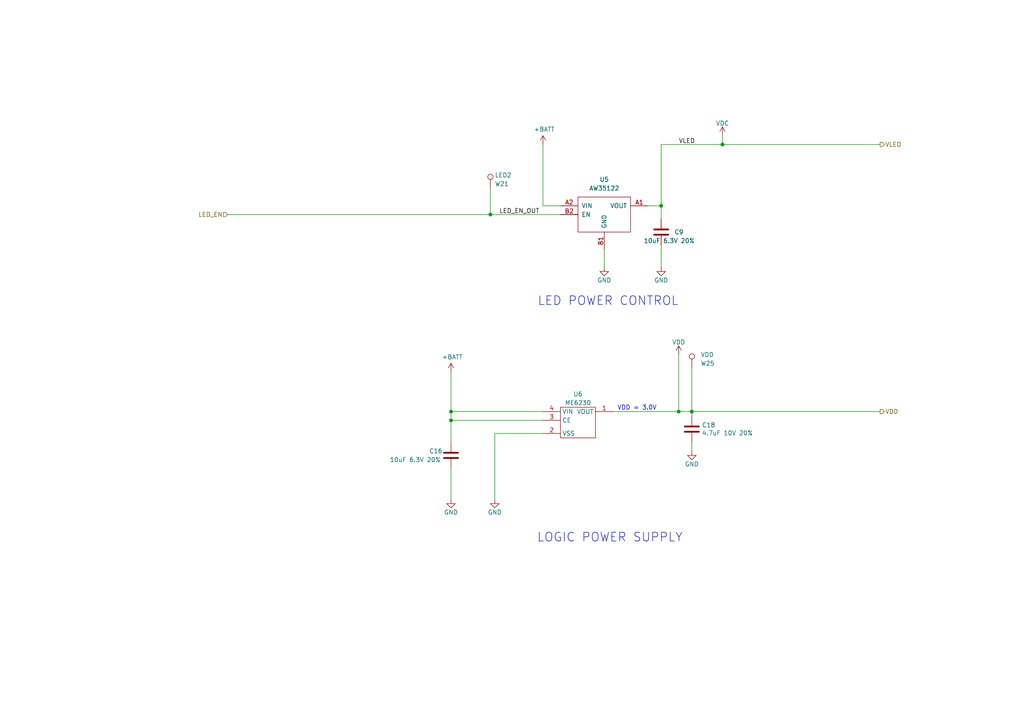
<source format=kicad_sch>
(kicad_sch (version 20250114) (generator "eeschema") (generator_version "9.0")
  (paper "A4")
  (title_block (title "Pixels D20 Schematic, Main") (date "2022-08-26") (rev "13") (company "Systemic Games, LLC") (comment 1 "Power Regulation"))
  (lib_symbols
    (symbol "Device:C" (pin_numbers (hide yes)) (pin_names (offset 0.254))
      (property "Reference" "C" (at 0.635 2.54 0))
      (property "Value" "C" (at 0.635 -2.54 0))
      (symbol "C_0_1"
        (polyline (pts (xy -2.032 0.762) (xy 2.032 0.762)) (stroke (width 0.508)))
        (polyline (pts (xy -2.032 -0.762) (xy 2.032 -0.762)) (stroke (width 0.508)))
      )
      (symbol "C_1_1"
        (pin passive line (at 0 3.81 270) (length 2.794) (name "~") (number "1"))
        (pin passive line (at 0 -3.81 90) (length 2.794) (name "~") (number "2"))
      )
    )
    (symbol "Pixels-dice:AW35122" (pin_names (offset 1.016))
      (property "Reference" "U" (at 6.35 -6.35 0))
      (property "Value" "AW35122" (at 0 6.35 0))
      (symbol "AW35122_0_1"
        (rectangle (start -7.62 5.08) (end 7.62 -5.08))
      )
      (symbol "AW35122_1_1"
        (pin power_in line (at -12.7 2.54 0) (length 5.08) (name "VIN") (number "A2"))
        (pin input line (at -12.7 0 0) (length 5.08) (name "EN") (number "B2"))
        (pin power_in line (at 0 -10.16 90) (length 5.08) (name "GND") (number "B1"))
        (pin power_out line (at 12.7 2.54 180) (length 5.08) (name "VOUT") (number "A1"))
      )
    )
    (symbol "Pixels-dice:ME6230-FBP1*1-4"
      (property "Reference" "U" (at 1.778 -6.604 0))
      (symbol "ME6230-FBP1*1-4_0_1"
        (rectangle (start -5.08 3.81) (end 5.08 -5.08))
      )
      (symbol "ME6230-FBP1*1-4_1_1"
        (pin power_in line (at -10.16 2.54 0) (length 5.08) (name "VIN") (number "4"))
        (pin input line (at -10.16 0 0) (length 5.08) (name "CE") (number "3"))
        (pin power_in line (at -10.16 -3.81 0) (length 5.08) (name "VSS") (number "2"))
        (pin power_out line (at 10.16 2.54 180) (length 5.08) (name "VOUT") (number "1"))
      )
    )
    (symbol "Pixels-dice:TEST_1P-conn" (pin_numbers (hide yes)) (pin_names (offset 0.762) (hide yes))
      (property "Reference" "W" (at 0 6.858 0))
      (property "Value" "TEST_1P-conn" (at 0 5.08 0))
      (symbol "TEST_1P-conn_0_1"
        (circle (center 0 3.302) (radius 0.762))
      )
      (symbol "TEST_1P-conn_1_1"
        (pin passive line (at 0 0 90) (length 2.54) (name "1") (number "1"))
      )
    )
    (symbol "power:+BATT" (power) (pin_names (offset 0))
      (property "Value" "+BATT" (at 0 3.556 0))
      (symbol "+BATT_0_1"
        (polyline (pts (xy -0.762 1.27) (xy 0 2.54)))
        (polyline (pts (xy 0 2.54) (xy 0.762 1.27)))
        (polyline (pts (xy 0 0) (xy 0 2.54)))
      )
      (symbol "+BATT_1_1"
        (pin power_in line (at 0 0 90) (length 0) (hide yes) (name "+BATT") (number "1"))
      )
    )
    (symbol "power:GND" (power) (pin_names (offset 0))
      (property "Value" "GND" (at 0 -3.81 0))
      (symbol "GND_0_1"
        (polyline (pts (xy 0 0) (xy 0 -1.27) (xy 1.27 -1.27) (xy 0 -2.54) (xy -1.27 -1.27) (xy 0 -1.27)))
      )
      (symbol "GND_1_1"
        (pin power_in line (at 0 0 270) (length 0) (hide yes) (name "GND") (number "1"))
      )
    )
    (symbol "power:VDC" (power) (pin_names (offset 0))
      (property "Value" "VDC" (at 0 6.35 0))
      (symbol "VDC_0_1"
        (polyline (pts (xy -0.762 1.27) (xy 0 2.54)))
        (polyline (pts (xy 0 2.54) (xy 0.762 1.27)))
        (polyline (pts (xy 0 0) (xy 0 2.54)))
      )
      (symbol "VDC_1_1"
        (pin power_in line (at 0 0 90) (length 0) (hide yes) (name "VDC") (number "1"))
      )
    )
    (symbol "power:VDD" (power) (pin_names (offset 0))
      (property "Value" "VDD" (at 0 3.81 0))
      (symbol "VDD_0_1"
        (polyline (pts (xy -0.762 1.27) (xy 0 2.54)))
        (polyline (pts (xy 0 2.54) (xy 0.762 1.27)))
        (polyline (pts (xy 0 0) (xy 0 2.54)))
      )
      (symbol "VDD_1_1"
        (pin power_in line (at 0 0 90) (length 0) (hide yes) (name "VDD") (number "1"))
      )
    )
  )
  (text "LOGIC POWER SUPPLY" (at 198.12 157.48 0) (effects (font (size 2.54 2.54)) (justify right bottom)))
  (text "LED POWER CONTROL" (at 196.85 88.9 0) (effects (font (size 2.54 2.54)) (justify right bottom)))
  (text "VDD = 3.0V" (at 190.5 119.126 0) (effects (font (size 1.27 1.27)) (justify right bottom)))
  (junction (at 142.24 62.23))
  (junction (at 209.55 41.91))
  (junction (at 200.66 119.38))
  (junction (at 191.77 59.69))
  (junction (at 130.81 119.38))
  (junction (at 196.85 119.38))
  (junction (at 130.81 121.92))
  (wire (pts (xy 200.66 119.38) (xy 200.66 120.65)))
  (wire (pts (xy 255.27 41.91) (xy 209.55 41.91)))
  (wire (pts (xy 175.26 72.39) (xy 175.26 77.47)))
  (wire (pts (xy 200.66 106.68) (xy 200.66 119.38)))
  (wire (pts (xy 66.04 62.23) (xy 142.24 62.23)))
  (wire (pts (xy 157.48 125.73) (xy 143.51 125.73)))
  (wire (pts (xy 196.85 102.87) (xy 196.85 119.38)))
  (wire (pts (xy 200.66 119.38) (xy 255.27 119.38)))
  (wire (pts (xy 191.77 63.5) (xy 191.77 59.69)))
  (wire (pts (xy 209.55 41.91) (xy 191.77 41.91)))
  (wire (pts (xy 130.81 128.27) (xy 130.81 121.92)))
  (wire (pts (xy 162.56 59.69) (xy 157.48 59.69)))
  (wire (pts (xy 143.51 125.73) (xy 143.51 144.78)))
  (wire (pts (xy 130.81 107.95) (xy 130.81 119.38)))
  (wire (pts (xy 142.24 62.23) (xy 162.56 62.23)))
  (wire (pts (xy 209.55 39.37) (xy 209.55 41.91)))
  (wire (pts (xy 196.85 119.38) (xy 200.66 119.38)))
  (wire (pts (xy 187.96 59.69) (xy 191.77 59.69)))
  (wire (pts (xy 157.48 41.91) (xy 157.48 59.69)))
  (wire (pts (xy 200.66 128.27) (xy 200.66 130.81)))
  (wire (pts (xy 142.24 54.61) (xy 142.24 62.23)))
  (wire (pts (xy 191.77 41.91) (xy 191.77 59.69)))
  (wire (pts (xy 130.81 119.38) (xy 157.48 119.38)))
  (wire (pts (xy 191.77 71.12) (xy 191.77 77.47)))
  (wire (pts (xy 130.81 121.92) (xy 130.81 119.38)))
  (wire (pts (xy 130.81 135.89) (xy 130.81 144.78)))
  (wire (pts (xy 177.8 119.38) (xy 196.85 119.38)))
  (wire (pts (xy 130.81 121.92) (xy 157.48 121.92)))
  (label "VLED" (at 196.85 41.91 0))
  (label "LED_EN_OUT" (at 144.78 62.23 0))
  (hierarchical_label "LED_EN" (shape input) (at 66.04 62.23 180))
  (hierarchical_label "VDD" (shape output) (at 255.27 119.38 0))
  (hierarchical_label "VLED" (shape output) (at 255.27 41.91 0))
  (symbol (lib_id "Pixels-dice:TEST_1P-conn") (at 142.24 54.61 0) (unit 1) (in_bom no)
    (property "Reference" "W21" (at 143.51 53.34 0) (effects (justify left)))
    (property "Value" "LED2" (at 143.51 50.8 0) (effects (justify left)))
    (property "Footprint" "Pixels-dice:TEST_PIN" (effects (hide yes)))
    (property "Generic OK" "N/A" (effects (hide yes)))
  )
  (symbol (lib_id "power:+BATT") (at 157.48 41.91 0) (unit 1)
    (property "Reference" "#PWR033" (effects (hide yes)))
    (property "Value" "+BATT" (at 157.861 37.5158 0))
  )
  (symbol (lib_id "Device:C") (at 200.66 124.46 0) (unit 1)
    (property "Reference" "C18" (at 203.581 123.2916 0) (effects (justify left)))
    (property "Value" "4.7uF 10V 20%" (at 203.581 125.603 0) (effects (justify left)))
    (property "Footprint" "Pixels-dice:C_0402_1005Metric" (effects (hide yes)))
    (property "Generic OK" "YES" (effects (hide yes)))
    (property "Manufacturer" "Murata" (effects (hide yes)))
    (property "LCSC Part Number" "C1849652" (effects (hide yes)))
    (property "Part Number" "GRM155R61A475MEAAJ" (effects (hide yes)))
    (property "Alternate Manufacturer" "Samsung Electro-Mechanics" (effects (hide yes)))
    (property "Alternate PN" "CL05A475MP5NRNC" (effects (hide yes)))
    (property "JLCPCB Part Number" "C23733" (effects (hide yes)))
  )
  (symbol (lib_id "power:GND") (at 200.66 130.81 0) (unit 1)
    (property "Reference" "#PWR028" (effects (hide yes)))
    (property "Value" "GND" (at 200.66 134.62 0))
  )
  (symbol (lib_id "power:GND") (at 130.81 144.78 0) (unit 1)
    (property "Reference" "#PWR029" (effects (hide yes)))
    (property "Value" "GND" (at 130.81 148.59 0))
  )
  (symbol (lib_id "power:GND") (at 175.26 77.47 0) (unit 1)
    (property "Reference" "#PWR038" (effects (hide yes)))
    (property "Value" "GND" (at 175.26 81.28 0))
  )
  (symbol (lib_id "Device:C") (at 130.81 132.08 0) (unit 1)
    (property "Reference" "C16" (at 124.46 130.81 0) (effects (justify left)))
    (property "Value" "10uF 6.3V 20%" (at 113.03 133.35 0) (effects (justify left)))
    (property "Footprint" "Pixels-dice:C_0402_1005Metric" (effects (hide yes)))
    (property "Generic OK" "YES" (effects (hide yes)))
    (property "Manufacturer" "HRE" (effects (hide yes)))
    (property "LCSC Part Number" "C23692971" (effects (hide yes)))
    (property "Part Number" "CGA0402X5R106M6R3GT" (effects (hide yes)))
  )
  (symbol (lib_id "power:+BATT") (at 130.81 107.95 0) (unit 1)
    (property "Reference" "#PWR025" (effects (hide yes)))
    (property "Value" "+BATT" (at 131.191 103.5558 0))
  )
  (symbol (lib_id "Pixels-dice:TEST_1P-conn") (at 200.66 106.68 0) (unit 1) (in_bom no)
    (property "Reference" "W25" (at 203.2 105.41 0) (effects (justify left)))
    (property "Value" "VDD" (at 203.2 102.87 0) (effects (justify left)))
    (property "Footprint" "Pixels-dice:TEST_PIN" (effects (hide yes)))
    (property "Generic OK" "N/A" (effects (hide yes)))
  )
  (symbol (lib_id "Device:C") (at 191.77 67.31 0) (unit 1)
    (property "Reference" "C9" (at 195.58 67.31 0) (effects (justify left)))
    (property "Value" "10uF 6.3V 20%" (at 186.69 69.85 0) (effects (justify left)))
    (property "Footprint" "Pixels-dice:C_0402_1005Metric" (effects (hide yes)))
    (property "Generic OK" "YES" (effects (hide yes)))
    (property "Manufacturer" "HRE" (effects (hide yes)))
    (property "LCSC Part Number" "C23692971" (effects (hide yes)))
    (property "Part Number" "CGA0402X5R106M6R3GT" (effects (hide yes)))
  )
  (symbol (lib_id "power:GND") (at 191.77 77.47 0) (unit 1)
    (property "Reference" "#PWR0142" (effects (hide yes)))
    (property "Value" "GND" (at 191.77 81.28 0))
  )
  (symbol (lib_id "power:VDC") (at 209.55 39.37 0) (unit 1)
    (property "Reference" "#PWR026" (effects (hide yes)))
    (property "Value" "VDC" (at 209.55 35.7655 0))
  )
  (symbol (lib_id "power:GND") (at 143.51 144.78 0) (unit 1)
    (property "Reference" "#PWR031" (effects (hide yes)))
    (property "Value" "GND" (at 143.51 148.59 0))
  )
  (symbol (lib_id "Pixels-dice:ME6230-FBP1*1-4") (at 167.64 121.92 0) (unit 1)
    (property "Reference" "U6" (at 167.64 114.3 0))
    (property "Value" "ME6230" (at 167.64 116.84 0))
    (property "Footprint" "Pixels-dice:FPB1_1-4" (effects (hide yes)))
    (property "LCSC Part Number" "C2925772" (effects (hide yes)))
    (property "Manufacturer" "MICRONE(Nanjing Micro One Elec)" (effects (hide yes)))
    (property "Part Number" "ME6230C30U4AG" (effects (hide yes)))
    (property "Alternate Manufacturer" "ChipLink Tech" (effects (hide yes)))
    (property "Alternate PN" "CL9906A30F4N" (effects (hide yes)))
    (property "JLCPCB Part Number" "C5297658" (effects (hide yes)))
  )
  (symbol (lib_id "power:VDD") (at 196.85 102.87 0) (unit 1)
    (property "Reference" "#PWR027" (effects (hide yes)))
    (property "Value" "VDD" (at 196.85 99.2655 0))
  )
  (symbol (lib_id "Pixels-dice:AW35122") (at 175.26 62.23 0) (unit 1)
    (property "Reference" "U5" (at 175.26 52.07 0))
    (property "Value" "AW35122" (at 175.26 54.61 0))
    (property "Footprint" "Pixels-dice:AW35122" (effects (hide yes)))
    (property "LCSC Part Number" "C5125911" (effects (hide yes)))
    (property "Manufacturer" "AWINIC(Shanghai Awinic Tech)" (effects (hide yes)))
    (property "Part Number" "AW35122FDR" (effects (hide yes)))
  )
)
</source>
